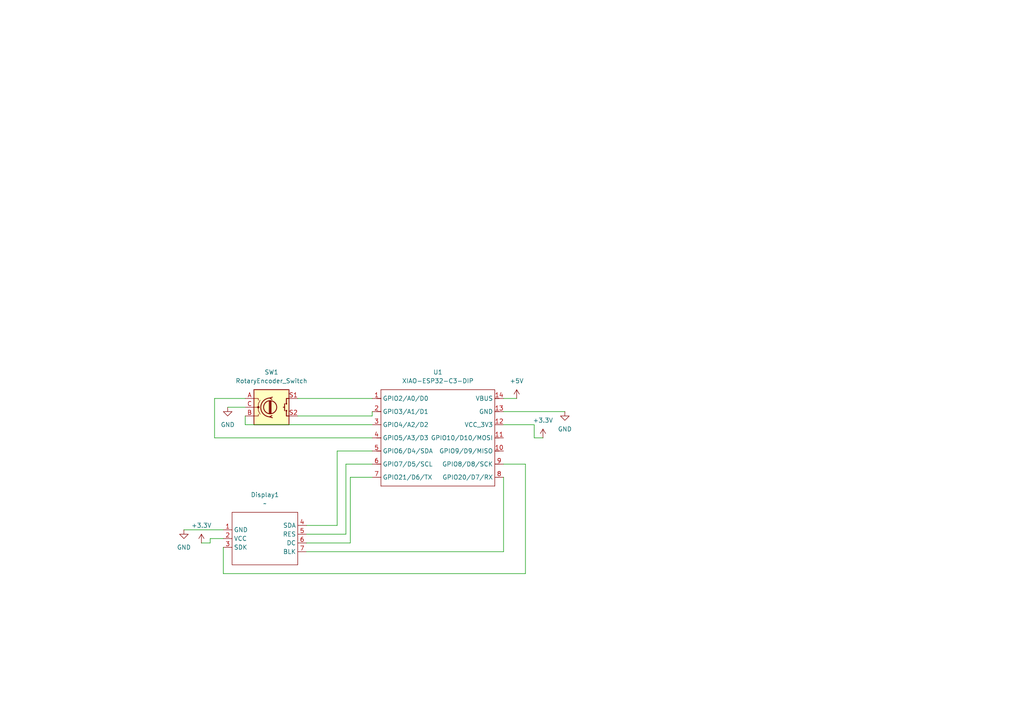
<source format=kicad_sch>
(kicad_sch (version 20250114) (generator "eeschema") (generator_version "9.0")
  (paper "A4")
  (lib_symbols
    (symbol "Device:RotaryEncoder_Switch" (pin_names (offset 0.254) (hide yes))
      (property "Reference" "SW" (at 0 6.604 0))
      (property "Value" "RotaryEncoder_Switch" (at 0 -6.604 0))
      (symbol "RotaryEncoder_Switch_0_1"
        (rectangle (start -5.08 5.08) (end 5.08 -5.08) (stroke (width 0.254)) (fill (type background)))
        (polyline (pts (xy -5.08 2.54) (xy -3.81 2.54) (xy -3.81 2.032)))
        (polyline (pts (xy -5.08 0) (xy -3.81 0) (xy -3.81 -1.016) (xy -3.302 -2.032)))
        (polyline (pts (xy -5.08 -2.54) (xy -3.81 -2.54) (xy -3.81 -2.032)))
        (polyline (pts (xy -4.318 0) (xy -3.81 0) (xy -3.81 1.016) (xy -3.302 2.032)))
        (circle (center -3.81 0) (radius 0.254) (fill (type outline)))
        (polyline (pts (xy -0.635 -1.778) (xy -0.635 1.778)) (stroke (width 0.254)))
        (circle (center -0.381 0) (radius 1.905) (stroke (width 0.254)))
        (polyline (pts (xy -0.381 -1.778) (xy -0.381 1.778)) (stroke (width 0.254)))
        (arc (start -0.381 -2.794) (mid -3.0988 -0.0635) (end -0.381 2.667) (stroke (width 0.254)))
        (polyline (pts (xy -0.127 1.778) (xy -0.127 -1.778)) (stroke (width 0.254)))
        (polyline (pts (xy 0.254 2.921) (xy -0.508 2.667) (xy 0.127 2.286)) (stroke (width 0.254)))
        (polyline (pts (xy 0.254 -3.048) (xy -0.508 -2.794) (xy 0.127 -2.413)) (stroke (width 0.254)))
        (polyline (pts (xy 3.81 1.016) (xy 3.81 -1.016)) (stroke (width 0.254)))
        (polyline (pts (xy 3.81 0) (xy 3.429 0)) (stroke (width 0.254)))
        (circle (center 4.318 1.016) (radius 0.127) (stroke (width 0.254)))
        (circle (center 4.318 -1.016) (radius 0.127) (stroke (width 0.254)))
        (polyline (pts (xy 5.08 2.54) (xy 4.318 2.54) (xy 4.318 1.016)) (stroke (width 0.254)))
        (polyline (pts (xy 5.08 -2.54) (xy 4.318 -2.54) (xy 4.318 -1.016)) (stroke (width 0.254)))
      )
      (symbol "RotaryEncoder_Switch_1_1"
        (pin passive line (at -7.62 2.54 0) (length 2.54) (name "A") (number "A"))
        (pin passive line (at -7.62 0 0) (length 2.54) (name "C") (number "C"))
        (pin passive line (at -7.62 -2.54 0) (length 2.54) (name "B") (number "B"))
        (pin passive line (at 7.62 2.54 180) (length 2.54) (name "S1") (number "S1"))
        (pin passive line (at 7.62 -2.54 180) (length 2.54) (name "S2") (number "S2"))
      )
    )
    (symbol "Seeed_Studio_XIAO_Series:1.3_inch_TFT_display"
      (property "Reference" "Display" (at 0 0 0))
      (symbol "1.3_inch_TFT_display_0_1"
        (rectangle (start -6.35 -2.54) (end 12.7 -17.78))
      )
      (symbol "1.3_inch_TFT_display_1_1"
        (pin passive line (at -8.89 -7.62 0) (length 2.54) (name "GND") (number "1"))
        (pin passive line (at -8.89 -10.16 0) (length 2.54) (name "VCC") (number "2"))
        (pin passive line (at -8.89 -12.7 0) (length 2.54) (name "SDK") (number "3"))
        (pin passive line (at 15.24 -6.35 180) (length 2.54) (name "SDA") (number "4"))
        (pin passive line (at 15.24 -8.89 180) (length 2.54) (name "RES") (number "5"))
        (pin passive line (at 15.24 -11.43 180) (length 2.54) (name "DC") (number "6"))
        (pin passive line (at 15.24 -13.97 180) (length 2.54) (name "BLK") (number "7"))
      )
    )
    (symbol "Seeed_Studio_XIAO_Series:XIAO-ESP32-C3-DIP"
      (property "Reference" "U" (at 1.016 2.794 0))
      (property "Value" "XIAO-ESP32-C3-DIP" (at 7.62 1.016 0))
      (symbol "XIAO-ESP32-C3-DIP_1_0"
        (polyline (pts (xy 0 0) (xy 33.02 0)) (stroke (width 0.1524)))
        (polyline (pts (xy 0 -2.54) (xy -1.27 -2.54)) (stroke (width 0.1524)))
        (polyline (pts (xy 0 -2.54) (xy 0 0)) (stroke (width 0.1524)))
        (polyline (pts (xy 0 -6.35) (xy -1.27 -6.35)) (stroke (width 0.1524)))
        (polyline (pts (xy 0 -6.35) (xy 0 -2.54)) (stroke (width 0.1524)))
        (polyline (pts (xy 0 -10.16) (xy -1.27 -10.16)) (stroke (width 0.1524)))
        (polyline (pts (xy 0 -10.16) (xy 0 -6.35)) (stroke (width 0.1524)))
        (polyline (pts (xy 0 -13.97) (xy -1.27 -13.97)) (stroke (width 0.1524)))
        (polyline (pts (xy 0 -13.97) (xy 0 -10.16)) (stroke (width 0.1524)))
        (polyline (pts (xy 0 -17.78) (xy -1.27 -17.78)) (stroke (width 0.1524)))
        (polyline (pts (xy 0 -21.59) (xy -1.27 -21.59)) (stroke (width 0.1524)))
        (polyline (pts (xy 0 -25.4) (xy -1.27 -25.4)) (stroke (width 0.1524)))
        (polyline (pts (xy 0 -27.94) (xy 0 -13.97)) (stroke (width 0.1524)))
        (polyline (pts (xy 33.02 0) (xy 33.02 -2.54)) (stroke (width 0.1524)))
        (polyline (pts (xy 33.02 -2.54) (xy 33.02 -6.35)) (stroke (width 0.1524)))
        (polyline (pts (xy 33.02 -6.35) (xy 33.02 -10.16)) (stroke (width 0.1524)))
        (polyline (pts (xy 33.02 -10.16) (xy 33.02 -27.94)) (stroke (width 0.1524)))
        (polyline (pts (xy 33.02 -27.94) (xy 0 -27.94)) (stroke (width 0.1524)))
        (polyline (pts (xy 34.29 -2.54) (xy 33.02 -2.54)) (stroke (width 0.1524)))
        (polyline (pts (xy 34.29 -6.35) (xy 33.02 -6.35)) (stroke (width 0.1524)))
        (polyline (pts (xy 34.29 -10.16) (xy 33.02 -10.16)) (stroke (width 0.1524)))
        (polyline (pts (xy 34.29 -13.97) (xy 33.02 -13.97)) (stroke (width 0.1524)))
        (polyline (pts (xy 34.29 -17.78) (xy 33.02 -17.78)) (stroke (width 0.1524)))
        (polyline (pts (xy 34.29 -21.59) (xy 33.02 -21.59)) (stroke (width 0.1524)))
        (polyline (pts (xy 34.29 -25.4) (xy 33.02 -25.4)) (stroke (width 0.1524)))
        (pin passive line (at -2.54 -2.54 0) (length 2.54) (name "GPIO2/A0/D0") (number "1"))
        (pin passive line (at -2.54 -6.35 0) (length 2.54) (name "GPIO3/A1/D1") (number "2"))
        (pin passive line (at -2.54 -10.16 0) (length 2.54) (name "GPIO4/A2/D2") (number "3"))
        (pin passive line (at -2.54 -13.97 0) (length 2.54) (name "GPIO5/A3/D3") (number "4"))
        (pin passive line (at -2.54 -17.78 0) (length 2.54) (name "GPIO6/D4/SDA") (number "5"))
        (pin passive line (at -2.54 -21.59 0) (length 2.54) (name "GPIO7/D5/SCL") (number "6"))
        (pin passive line (at -2.54 -25.4 0) (length 2.54) (name "GPIO21/D6/TX") (number "7"))
        (pin passive line (at 35.56 -2.54 180) (length 2.54) (name "VBUS") (number "14"))
        (pin passive line (at 35.56 -6.35 180) (length 2.54) (name "GND") (number "13"))
        (pin passive line (at 35.56 -10.16 180) (length 2.54) (name "VCC_3V3") (number "12"))
        (pin passive line (at 35.56 -13.97 180) (length 2.54) (name "GPIO10/D10/MOSI") (number "11"))
        (pin passive line (at 35.56 -17.78 180) (length 2.54) (name "GPIO9/D9/MISO") (number "10"))
        (pin passive line (at 35.56 -21.59 180) (length 2.54) (name "GPIO8/D8/SCK") (number "9"))
        (pin passive line (at 35.56 -25.4 180) (length 2.54) (name "GPIO20/D7/RX") (number "8"))
      )
    )
    (symbol "power:+3.3V" (power) (pin_numbers (hide yes)) (pin_names (offset 0) (hide yes))
      (property "Value" "+3.3V" (at 0 3.556 0))
      (symbol "+3.3V_0_1"
        (polyline (pts (xy -0.762 1.27) (xy 0 2.54)))
        (polyline (pts (xy 0 2.54) (xy 0.762 1.27)))
        (polyline (pts (xy 0 0) (xy 0 2.54)))
      )
      (symbol "+3.3V_1_1"
        (pin power_in line (at 0 0 90) (length 0) (name "~") (number "1"))
      )
    )
    (symbol "power:+5V" (power) (pin_numbers (hide yes)) (pin_names (offset 0) (hide yes))
      (property "Value" "+5V" (at 0 3.556 0))
      (symbol "+5V_0_1"
        (polyline (pts (xy -0.762 1.27) (xy 0 2.54)))
        (polyline (pts (xy 0 2.54) (xy 0.762 1.27)))
        (polyline (pts (xy 0 0) (xy 0 2.54)))
      )
      (symbol "+5V_1_1"
        (pin power_in line (at 0 0 90) (length 0) (name "~") (number "1"))
      )
    )
    (symbol "power:GND" (power) (pin_numbers (hide yes)) (pin_names (offset 0) (hide yes))
      (property "Value" "GND" (at 0 -3.81 0))
      (symbol "GND_0_1"
        (polyline (pts (xy 0 0) (xy 0 -1.27) (xy 1.27 -1.27) (xy 0 -2.54) (xy -1.27 -1.27) (xy 0 -1.27)))
      )
      (symbol "GND_1_1"
        (pin power_in line (at 0 0 270) (length 0) (name "~") (number "1"))
      )
    )
  )
  (wire (pts (xy 58.42 157.48) (xy 60.96 157.48)))
  (wire (pts (xy 101.6 138.43) (xy 101.6 157.48)))
  (wire (pts (xy 107.95 120.65) (xy 107.95 119.38)))
  (wire (pts (xy 88.9 160.02) (xy 146.05 160.02)))
  (wire (pts (xy 86.36 120.65) (xy 107.95 120.65)))
  (wire (pts (xy 100.33 154.94) (xy 100.33 134.62)))
  (wire (pts (xy 88.9 152.4) (xy 97.79 152.4)))
  (wire (pts (xy 107.95 123.19) (xy 71.12 123.19)))
  (wire (pts (xy 154.94 123.19) (xy 146.05 123.19)))
  (wire (pts (xy 60.96 157.48) (xy 60.96 156.21)))
  (wire (pts (xy 149.86 115.57) (xy 146.05 115.57)))
  (wire (pts (xy 101.6 157.48) (xy 88.9 157.48)))
  (wire (pts (xy 62.23 115.57) (xy 62.23 127)))
  (wire (pts (xy 146.05 160.02) (xy 146.05 138.43)))
  (wire (pts (xy 163.83 119.38) (xy 146.05 119.38)))
  (wire (pts (xy 86.36 115.57) (xy 107.95 115.57)))
  (wire (pts (xy 66.04 118.11) (xy 71.12 118.11)))
  (wire (pts (xy 62.23 127) (xy 107.95 127)))
  (wire (pts (xy 71.12 115.57) (xy 62.23 115.57)))
  (wire (pts (xy 100.33 134.62) (xy 107.95 134.62)))
  (wire (pts (xy 97.79 152.4) (xy 97.79 130.81)))
  (wire (pts (xy 60.96 156.21) (xy 64.77 156.21)))
  (wire (pts (xy 64.77 158.75) (xy 64.77 166.37)))
  (wire (pts (xy 88.9 154.94) (xy 100.33 154.94)))
  (wire (pts (xy 53.34 153.67) (xy 64.77 153.67)))
  (wire (pts (xy 152.4 134.62) (xy 152.4 166.37)))
  (wire (pts (xy 157.48 127) (xy 154.94 127)))
  (wire (pts (xy 97.79 130.81) (xy 107.95 130.81)))
  (wire (pts (xy 154.94 127) (xy 154.94 123.19)))
  (wire (pts (xy 71.12 123.19) (xy 71.12 120.65)))
  (wire (pts (xy 107.95 138.43) (xy 101.6 138.43)))
  (wire (pts (xy 146.05 134.62) (xy 152.4 134.62)))
  (wire (pts (xy 64.77 166.37) (xy 152.4 166.37)))
  (symbol (lib_id "power:GND") (at 53.34 153.67 0) (unit 1)
    (property "Reference" "#PWR02" (effects (hide yes)))
    (property "Value" "GND" (at 53.34 158.75 0))
    (property "Description" "Power symbol creates a global label with name \"GND\" , ground" (effects (hide yes)))
  )
  (symbol (lib_id "power:+5V") (at 149.86 115.57 0) (unit 1)
    (property "Reference" "#PWR05" (effects (hide yes)))
    (property "Value" "+5V" (at 149.86 110.49 0))
    (property "Description" "Power symbol creates a global label with name \"+5V\"" (effects (hide yes)))
  )
  (symbol (lib_id "power:GND") (at 163.83 119.38 0) (unit 1)
    (property "Reference" "#PWR01" (effects (hide yes)))
    (property "Value" "GND" (at 163.83 124.46 0))
    (property "Description" "Power symbol creates a global label with name \"GND\" , ground" (effects (hide yes)))
  )
  (symbol (lib_id "Seeed_Studio_XIAO_Series:1.3_inch_TFT_display") (at 73.66 146.05 0) (unit 1)
    (property "Reference" "Display1" (at 76.835 143.51 0))
    (property "Value" "~" (at 76.835 146.05 0))
  )
  (symbol (lib_id "Seeed_Studio_XIAO_Series:XIAO-ESP32-C3-DIP") (at 110.49 113.03 0) (unit 1)
    (property "Reference" "U1" (at 127 107.95 0))
    (property "Value" "XIAO-ESP32-C3-DIP" (at 127 110.49 0))
    (property "Footprint" "Module:MOUDLE14P-XIAO-DIP-SMD" (effects (hide yes)))
  )
  (symbol (lib_id "power:GND") (at 66.04 118.11 0) (unit 1)
    (property "Reference" "#PWR06" (effects (hide yes)))
    (property "Value" "GND" (at 66.04 123.19 0))
    (property "Description" "Power symbol creates a global label with name \"GND\" , ground" (effects (hide yes)))
  )
  (symbol (lib_id "power:+3.3V") (at 157.48 127 0) (unit 1)
    (property "Reference" "#PWR04" (effects (hide yes)))
    (property "Value" "+3.3V" (at 157.48 121.92 0))
    (property "Description" "Power symbol creates a global label with name \"+3.3V\"" (effects (hide yes)))
  )
  (symbol (lib_id "Device:RotaryEncoder_Switch") (at 78.74 118.11 0) (unit 1)
    (property "Reference" "SW1" (at 78.74 107.95 0))
    (property "Value" "RotaryEncoder_Switch" (at 78.74 110.49 0))
    (property "Description" "Rotary encoder, dual channel, incremental quadrate outputs, with switch" (effects (hide yes)))
  )
  (symbol (lib_id "power:+3.3V") (at 58.42 157.48 0) (unit 1)
    (property "Reference" "#PWR03" (effects (hide yes)))
    (property "Value" "+3.3V" (at 58.42 152.4 0))
    (property "Description" "Power symbol creates a global label with name \"+3.3V\"" (effects (hide yes)))
  )
)
</source>
